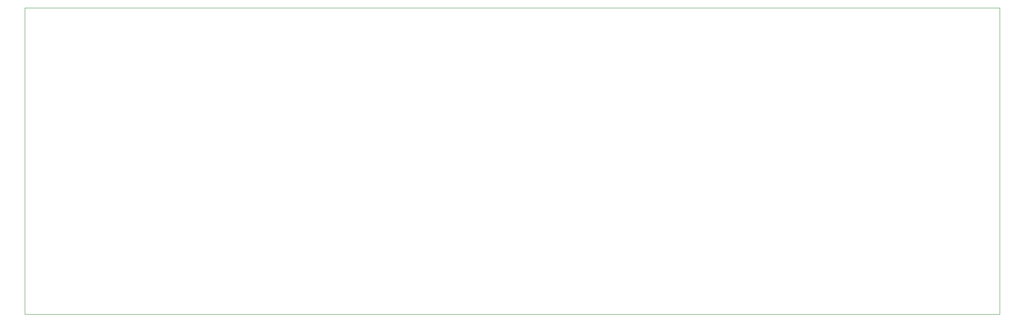
<source format=gm1>
%TF.GenerationSoftware,KiCad,Pcbnew,7.0.1*%
%TF.CreationDate,2023-08-04T20:18:17+09:00*%
%TF.ProjectId,FNF_Controller,464e465f-436f-46e7-9472-6f6c6c65722e,rev?*%
%TF.SameCoordinates,PX337f980PY7ed6b40*%
%TF.FileFunction,Profile,NP*%
%FSLAX46Y46*%
G04 Gerber Fmt 4.6, Leading zero omitted, Abs format (unit mm)*
G04 Created by KiCad (PCBNEW 7.0.1) date 2023-08-04 20:18:17*
%MOMM*%
%LPD*%
G01*
G04 APERTURE LIST*
%TA.AperFunction,Profile*%
%ADD10C,0.100000*%
%TD*%
G04 APERTURE END LIST*
D10*
X0Y63000000D02*
X200000000Y63000000D01*
X200000000Y0D01*
X0Y0D01*
X0Y63000000D01*
M02*

</source>
